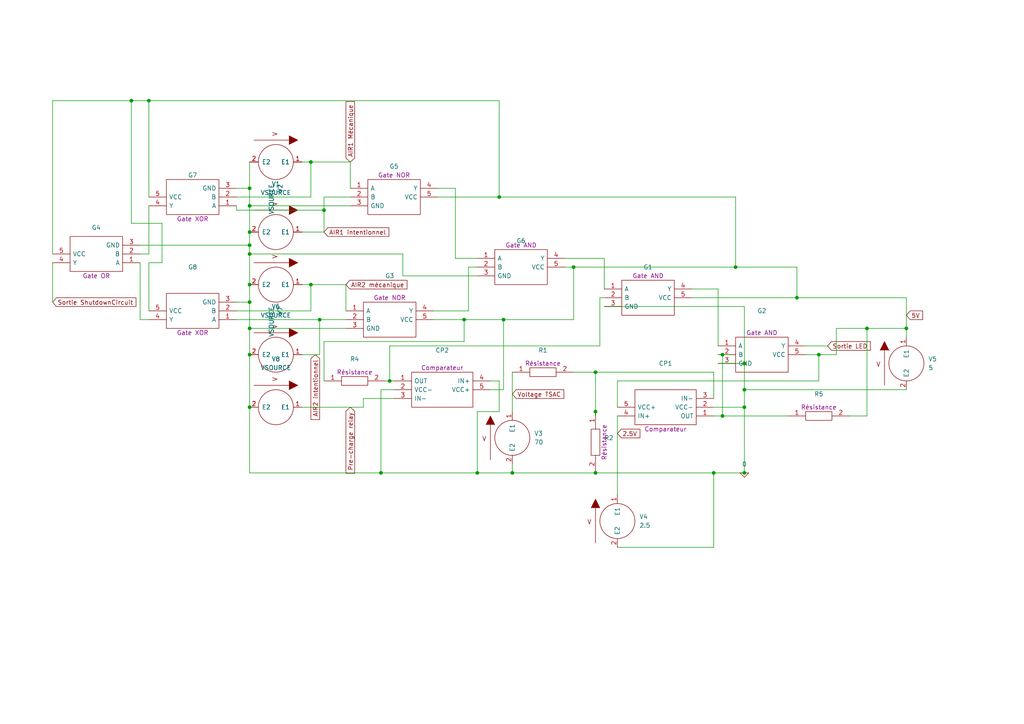
<source format=kicad_sch>
(kicad_sch (version 20211123) (generator eeschema)
  (paper "A4")
  (lib_symbols
    (symbol "EPSA_lib:Comparateur TS391ILT" (pin_names (offset 0.762))
      (property "Reference" "CP" (at 35.56 8.89 0))
      (property "Render Name" "Comparateur" (at 13.97 3.81 0))
      (symbol "Comparateur TS391ILT_0_0"
        (pin passive line (at 0 0 0) (length 5.08) (name "OUT") (number "1"))
        (pin passive line (at 0 -2.54 0) (length 5.08) (name "VCC-") (number "2"))
        (pin passive line (at 0 -5.08 0) (length 5.08) (name "IN-") (number "3"))
        (pin passive line (at 27.94 0 180) (length 5.08) (name "IN+") (number "4"))
        (pin passive line (at 27.94 -2.54 180) (length 5.08) (name "VCC+") (number "5"))
      )
      (symbol "Comparateur TS391ILT_0_1"
        (polyline (pts (xy 5.08 2.54) (xy 22.86 2.54) (xy 22.86 -7.62) (xy 5.08 -7.62) (xy 5.08 2.54)) (stroke (width 0.1524)))
      )
    )
    (symbol "EPSA_lib:Gate AND SN74AHCT1G08DBVR" (pin_names (offset 0.762))
      (property "Reference" "G" (at 34.29 8.89 0))
      (property "Render Name" "Gate AND" (at 12.7 3.81 0))
      (symbol "Gate AND SN74AHCT1G08DBVR_0_0"
        (pin passive line (at 0 0 0) (length 5.08) (name "A") (number "1"))
        (pin passive line (at 0 -2.54 0) (length 5.08) (name "B") (number "2"))
        (pin passive line (at 0 -5.08 0) (length 5.08) (name "GND") (number "3"))
        (pin passive line (at 25.4 0 180) (length 5.08) (name "Y") (number "4"))
        (pin passive line (at 25.4 -2.54 180) (length 5.08) (name "VCC") (number "5"))
      )
      (symbol "Gate AND SN74AHCT1G08DBVR_0_1"
        (polyline (pts (xy 5.08 2.54) (xy 20.32 2.54) (xy 20.32 -7.62) (xy 5.08 -7.62) (xy 5.08 2.54)) (stroke (width 0.1524)))
      )
    )
    (symbol "EPSA_lib:Gate NOR SN74AHCT1G02DBVR" (pin_names (offset 0.762))
      (property "Reference" "G" (at 34.29 8.89 0))
      (property "Render Name" "Gate NOR" (at 12.7 3.81 0))
      (symbol "Gate NOR SN74AHCT1G02DBVR_0_0"
        (pin passive line (at 0 0 0) (length 5.08) (name "A") (number "1"))
        (pin passive line (at 0 -2.54 0) (length 5.08) (name "B") (number "2"))
        (pin passive line (at 0 -5.08 0) (length 5.08) (name "GND") (number "3"))
        (pin passive line (at 25.4 0 180) (length 5.08) (name "Y") (number "4"))
        (pin passive line (at 25.4 -2.54 180) (length 5.08) (name "VCC") (number "5"))
      )
      (symbol "Gate NOR SN74AHCT1G02DBVR_0_1"
        (polyline (pts (xy 5.08 2.54) (xy 20.32 2.54) (xy 20.32 -7.62) (xy 5.08 -7.62) (xy 5.08 2.54)) (stroke (width 0.1524)))
      )
    )
    (symbol "EPSA_lib:Gate OR SN74AHCT1G32DBVR" (pin_names (offset 0.762))
      (property "Reference" "G" (at 34.29 8.89 0))
      (property "Render Name" "Gate OR" (at 12.7 3.81 0))
      (symbol "Gate OR SN74AHCT1G32DBVR_0_0"
        (pin passive line (at 0 0 0) (length 5.08) (name "A") (number "1"))
        (pin passive line (at 0 -2.54 0) (length 5.08) (name "B") (number "2"))
        (pin passive line (at 0 -5.08 0) (length 5.08) (name "GND") (number "3"))
        (pin passive line (at 25.4 0 180) (length 5.08) (name "Y") (number "4"))
        (pin passive line (at 25.4 -2.54 180) (length 5.08) (name "VCC") (number "5"))
      )
      (symbol "Gate OR SN74AHCT1G32DBVR_0_1"
        (polyline (pts (xy 5.08 2.54) (xy 20.32 2.54) (xy 20.32 -7.62) (xy 5.08 -7.62) (xy 5.08 2.54)) (stroke (width 0.1524)))
      )
    )
    (symbol "EPSA_lib:Gate XOR SN74AHCT1G86DBVR" (pin_names (offset 0.762))
      (property "Reference" "G" (at 35.56 8.89 0))
      (property "Render Name" "Gate XOR" (at 12.7 3.81 0))
      (symbol "Gate XOR SN74AHCT1G86DBVR_0_0"
        (pin passive line (at 0 0 0) (length 5.08) (name "A") (number "1"))
        (pin passive line (at 0 -2.54 0) (length 5.08) (name "B") (number "2"))
        (pin passive line (at 0 -5.08 0) (length 5.08) (name "GND") (number "3"))
        (pin passive line (at 25.4 0 180) (length 5.08) (name "Y") (number "4"))
        (pin passive line (at 25.4 -2.54 180) (length 5.08) (name "VCC") (number "5"))
      )
      (symbol "Gate XOR SN74AHCT1G86DBVR_0_1"
        (polyline (pts (xy 5.08 2.54) (xy 20.32 2.54) (xy 20.32 -7.62) (xy 5.08 -7.62) (xy 5.08 2.54)) (stroke (width 0.1524)))
      )
    )
    (symbol "EPSA_lib:Résistance RK73H2BLTDD2152F" (pin_names (offset 0.762))
      (property "Reference" "R" (at 25.4 5.08 0))
      (property "Spice_Model" "10" (at 7.62 5.08 0))
      (property "Render Name" "Résistance" (at 8.89 2.54 0))
      (symbol "Résistance RK73H2BLTDD2152F_0_0"
        (pin passive line (at 0 0 0) (length 5.08) (name "~") (number "1"))
        (pin passive line (at 17.78 0 180) (length 5.08) (name "~") (number "2"))
      )
      (symbol "Résistance RK73H2BLTDD2152F_0_1"
        (polyline (pts (xy 5.08 1.27) (xy 12.7 1.27) (xy 12.7 -1.27) (xy 5.08 -1.27) (xy 5.08 1.27)) (stroke (width 0.1524)))
      )
    )
    (symbol "pspice:0" (power) (pin_names (offset 0))
      (property "Value" "0" (at 0 -1.778 0))
      (symbol "0_0_1"
        (polyline (pts (xy -1.27 0) (xy 0 -1.27) (xy 1.27 0) (xy -1.27 0)))
      )
      (symbol "0_1_1"
        (pin power_in line (at 0 0 0) (length 0) hide (name "0") (number "1"))
      )
    )
    (symbol "pspice:VSOURCE" (pin_names (offset 1.016))
      (property "Reference" "V" (at -6.35 7.62 0))
      (property "Value" "VSOURCE" (at 0 0 0))
      (symbol "VSOURCE_0_1"
        (polyline (pts (xy -6.35 -6.35) (xy -6.35 3.81)) (fill (type outline)))
        (polyline (pts (xy -7.62 3.81) (xy -6.35 6.35) (xy -5.08 3.81)) (fill (type outline)))
        (circle (center 0 0) (radius 5.08))
        (text "V" (at -8.128 -0.254 0) (effects (font (size 1.27 1.27))))
      )
      (symbol "VSOURCE_1_1"
        (pin input line (at 0 7.62 270) (length 2.54) (name "E1") (number "1"))
        (pin input line (at 0 -7.62 90) (length 2.54) (name "E2") (number "2"))
      )
    )
  )
  (junction (at 209.55 120.65))
  (junction (at 72.39 82.55))
  (junction (at 207.01 137.16))
  (junction (at 262.89 95.25))
  (junction (at 172.72 137.16))
  (junction (at 92.71 92.71))
  (junction (at 38.1 29.21))
  (junction (at 166.37 77.47))
  (junction (at 113.03 110.49))
  (junction (at 172.72 119.38))
  (junction (at 72.39 95.25))
  (junction (at 43.18 29.21))
  (junction (at 110.49 137.16))
  (junction (at 72.39 67.31))
  (junction (at 72.39 71.12))
  (junction (at 251.46 95.25))
  (junction (at 72.39 118.11))
  (junction (at 215.9 137.16))
  (junction (at 209.55 102.87))
  (junction (at 72.39 73.66))
  (junction (at 72.39 87.63))
  (junction (at 237.49 102.87))
  (junction (at 213.36 77.47))
  (junction (at 148.59 137.16))
  (junction (at 215.9 118.11))
  (junction (at 72.39 102.87))
  (junction (at 90.17 82.55))
  (junction (at 72.39 54.61))
  (junction (at 215.9 113.03))
  (junction (at 144.78 57.15))
  (junction (at 72.39 59.69))
  (junction (at 138.43 137.16))
  (junction (at 134.62 92.71))
  (junction (at 172.72 107.95))
  (junction (at 231.14 86.36))
  (junction (at 146.05 92.71))
  (junction (at 215.9 105.41))
  (junction (at 90.17 46.99))
  (junction (at 93.98 60.96))
  (wire (pts (xy 173.99 100.33) (xy 173.99 86.36)))
  (wire (pts (xy 132.08 74.93) (xy 132.08 54.61)))
  (wire (pts (xy 43.18 57.15) (xy 43.18 29.21)))
  (wire (pts (xy 242.57 102.87) (xy 237.49 102.87)))
  (wire (pts (xy 90.17 82.55) (xy 100.33 82.55)))
  (wire (pts (xy 215.9 88.9) (xy 175.26 88.9)))
  (wire (pts (xy 179.07 120.65) (xy 179.07 143.51)))
  (wire (pts (xy 148.59 107.95) (xy 148.59 119.38)))
  (wire (pts (xy 43.18 73.66) (xy 40.64 73.66)))
  (wire (pts (xy 15.24 76.2) (xy 15.24 87.63)))
  (wire (pts (xy 215.9 105.41) (xy 215.9 113.03)))
  (wire (pts (xy 43.18 90.17) (xy 43.18 76.2)))
  (wire (pts (xy 262.89 95.25) (xy 262.89 86.36)))
  (wire (pts (xy 93.98 57.15) (xy 101.6 57.15)))
  (wire (pts (xy 215.9 137.16) (xy 207.01 137.16)))
  (wire (pts (xy 172.72 107.95) (xy 207.01 107.95)))
  (wire (pts (xy 40.64 71.12) (xy 72.39 71.12)))
  (wire (pts (xy 111.76 110.49) (xy 113.03 110.49)))
  (wire (pts (xy 215.9 118.11) (xy 215.9 137.16)))
  (wire (pts (xy 207.01 107.95) (xy 207.01 115.57)))
  (wire (pts (xy 90.17 46.99) (xy 101.6 46.99)))
  (wire (pts (xy 72.39 82.55) (xy 72.39 73.66)))
  (wire (pts (xy 142.24 110.49) (xy 144.78 110.49)))
  (wire (pts (xy 43.18 76.2) (xy 46.99 76.2)))
  (wire (pts (xy 87.63 82.55) (xy 90.17 82.55)))
  (wire (pts (xy 92.71 102.87) (xy 92.71 92.71)))
  (wire (pts (xy 87.63 118.11) (xy 105.41 118.11)))
  (wire (pts (xy 72.39 137.16) (xy 110.49 137.16)))
  (wire (pts (xy 90.17 57.15) (xy 90.17 46.99)))
  (wire (pts (xy 215.9 113.03) (xy 215.9 118.11)))
  (wire (pts (xy 72.39 95.25) (xy 72.39 87.63)))
  (wire (pts (xy 68.58 54.61) (xy 72.39 54.61)))
  (wire (pts (xy 72.39 73.66) (xy 72.39 71.12)))
  (wire (pts (xy 163.83 77.47) (xy 166.37 77.47)))
  (wire (pts (xy 93.98 67.31) (xy 93.98 60.96)))
  (wire (pts (xy 127 57.15) (xy 144.78 57.15)))
  (wire (pts (xy 215.9 113.03) (xy 262.89 113.03)))
  (wire (pts (xy 208.28 83.82) (xy 208.28 100.33)))
  (wire (pts (xy 207.01 137.16) (xy 172.72 137.16)))
  (wire (pts (xy 72.39 71.12) (xy 72.39 67.31)))
  (wire (pts (xy 101.6 46.99) (xy 101.6 54.61)))
  (wire (pts (xy 46.99 64.77) (xy 38.1 64.77)))
  (wire (pts (xy 87.63 67.31) (xy 93.98 67.31)))
  (wire (pts (xy 72.39 46.99) (xy 72.39 54.61)))
  (wire (pts (xy 262.89 97.79) (xy 262.89 95.25)))
  (wire (pts (xy 87.63 102.87) (xy 92.71 102.87)))
  (wire (pts (xy 175.26 74.93) (xy 175.26 83.82)))
  (wire (pts (xy 105.41 118.11) (xy 105.41 115.57)))
  (wire (pts (xy 207.01 158.75) (xy 207.01 137.16)))
  (wire (pts (xy 173.99 86.36) (xy 175.26 86.36)))
  (wire (pts (xy 246.38 120.65) (xy 251.46 120.65)))
  (wire (pts (xy 213.36 57.15) (xy 213.36 77.47)))
  (wire (pts (xy 233.68 100.33) (xy 240.03 100.33)))
  (wire (pts (xy 101.6 59.69) (xy 72.39 59.69)))
  (wire (pts (xy 15.24 29.21) (xy 38.1 29.21)))
  (wire (pts (xy 209.55 120.65) (xy 228.6 120.65)))
  (wire (pts (xy 72.39 118.11) (xy 72.39 102.87)))
  (wire (pts (xy 113.03 100.33) (xy 113.03 110.49)))
  (wire (pts (xy 163.83 74.93) (xy 175.26 74.93)))
  (wire (pts (xy 93.98 99.06) (xy 134.62 99.06)))
  (wire (pts (xy 68.58 87.63) (xy 72.39 87.63)))
  (wire (pts (xy 251.46 95.25) (xy 242.57 95.25)))
  (wire (pts (xy 262.89 86.36) (xy 231.14 86.36)))
  (wire (pts (xy 46.99 76.2) (xy 46.99 64.77)))
  (wire (pts (xy 43.18 59.69) (xy 43.18 73.66)))
  (wire (pts (xy 116.84 80.01) (xy 116.84 73.66)))
  (wire (pts (xy 90.17 90.17) (xy 90.17 82.55)))
  (wire (pts (xy 40.64 92.71) (xy 40.64 76.2)))
  (wire (pts (xy 262.89 95.25) (xy 251.46 95.25)))
  (wire (pts (xy 172.72 107.95) (xy 166.37 107.95)))
  (wire (pts (xy 100.33 82.55) (xy 100.33 90.17)))
  (wire (pts (xy 231.14 86.36) (xy 200.66 86.36)))
  (wire (pts (xy 213.36 77.47) (xy 231.14 77.47)))
  (wire (pts (xy 110.49 137.16) (xy 138.43 137.16)))
  (wire (pts (xy 125.73 90.17) (xy 135.89 90.17)))
  (wire (pts (xy 237.49 102.87) (xy 237.49 110.49)))
  (wire (pts (xy 179.07 110.49) (xy 237.49 110.49)))
  (wire (pts (xy 105.41 115.57) (xy 114.3 115.57)))
  (wire (pts (xy 72.39 54.61) (xy 72.39 59.69)))
  (wire (pts (xy 200.66 83.82) (xy 208.28 83.82)))
  (wire (pts (xy 135.89 77.47) (xy 138.43 77.47)))
  (wire (pts (xy 15.24 29.21) (xy 15.24 73.66)))
  (wire (pts (xy 134.62 92.71) (xy 146.05 92.71)))
  (wire (pts (xy 237.49 102.87) (xy 233.68 102.87)))
  (wire (pts (xy 207.01 118.11) (xy 215.9 118.11)))
  (wire (pts (xy 138.43 80.01) (xy 116.84 80.01)))
  (wire (pts (xy 166.37 77.47) (xy 213.36 77.47)))
  (wire (pts (xy 144.78 57.15) (xy 144.78 29.21)))
  (wire (pts (xy 68.58 90.17) (xy 90.17 90.17)))
  (wire (pts (xy 135.89 90.17) (xy 135.89 77.47)))
  (wire (pts (xy 87.63 46.99) (xy 90.17 46.99)))
  (wire (pts (xy 242.57 95.25) (xy 242.57 102.87)))
  (wire (pts (xy 172.72 120.65) (xy 172.72 119.38)))
  (wire (pts (xy 209.55 102.87) (xy 212.09 102.87)))
  (wire (pts (xy 68.58 60.96) (xy 93.98 60.96)))
  (wire (pts (xy 172.72 137.16) (xy 148.59 137.16)))
  (wire (pts (xy 113.03 110.49) (xy 114.3 110.49)))
  (wire (pts (xy 125.73 92.71) (xy 134.62 92.71)))
  (wire (pts (xy 209.55 102.87) (xy 209.55 120.65)))
  (wire (pts (xy 208.28 102.87) (xy 209.55 102.87)))
  (wire (pts (xy 93.98 110.49) (xy 93.98 99.06)))
  (wire (pts (xy 142.24 113.03) (xy 146.05 113.03)))
  (wire (pts (xy 68.58 59.69) (xy 68.58 60.96)))
  (wire (pts (xy 38.1 29.21) (xy 43.18 29.21)))
  (wire (pts (xy 43.18 92.71) (xy 40.64 92.71)))
  (wire (pts (xy 110.49 113.03) (xy 110.49 137.16)))
  (wire (pts (xy 144.78 57.15) (xy 213.36 57.15)))
  (wire (pts (xy 215.9 105.41) (xy 208.28 105.41)))
  (wire (pts (xy 251.46 120.65) (xy 251.46 95.25)))
  (wire (pts (xy 127 54.61) (xy 132.08 54.61)))
  (wire (pts (xy 72.39 95.25) (xy 100.33 95.25)))
  (wire (pts (xy 68.58 92.71) (xy 92.71 92.71)))
  (wire (pts (xy 72.39 137.16) (xy 72.39 118.11)))
  (wire (pts (xy 38.1 64.77) (xy 38.1 29.21)))
  (wire (pts (xy 172.72 119.38) (xy 172.72 107.95)))
  (wire (pts (xy 93.98 60.96) (xy 93.98 57.15)))
  (wire (pts (xy 138.43 119.38) (xy 138.43 137.16)))
  (wire (pts (xy 43.18 29.21) (xy 144.78 29.21)))
  (wire (pts (xy 215.9 88.9) (xy 215.9 105.41)))
  (wire (pts (xy 231.14 77.47) (xy 231.14 86.36)))
  (wire (pts (xy 179.07 110.49) (xy 179.07 118.11)))
  (wire (pts (xy 144.78 110.49) (xy 144.78 119.38)))
  (wire (pts (xy 134.62 99.06) (xy 134.62 92.71)))
  (wire (pts (xy 138.43 137.16) (xy 148.59 137.16)))
  (wire (pts (xy 173.99 100.33) (xy 113.03 100.33)))
  (wire (pts (xy 146.05 92.71) (xy 166.37 92.71)))
  (wire (pts (xy 72.39 59.69) (xy 72.39 67.31)))
  (wire (pts (xy 72.39 102.87) (xy 72.39 95.25)))
  (wire (pts (xy 207.01 120.65) (xy 209.55 120.65)))
  (wire (pts (xy 116.84 73.66) (xy 72.39 73.66)))
  (wire (pts (xy 72.39 87.63) (xy 72.39 82.55)))
  (wire (pts (xy 166.37 92.71) (xy 166.37 77.47)))
  (wire (pts (xy 146.05 113.03) (xy 146.05 92.71)))
  (wire (pts (xy 144.78 119.38) (xy 138.43 119.38)))
  (wire (pts (xy 179.07 158.75) (xy 207.01 158.75)))
  (wire (pts (xy 114.3 113.03) (xy 110.49 113.03)))
  (wire (pts (xy 68.58 57.15) (xy 90.17 57.15)))
  (wire (pts (xy 92.71 92.71) (xy 100.33 92.71)))
  (wire (pts (xy 138.43 74.93) (xy 132.08 74.93)))
  (wire (pts (xy 148.59 134.62) (xy 148.59 137.16)))
  (global_label "2.5V" (shape input) (at 179.07 125.73 0) (property "Intersheet References" "${INTERSHEET_REFS}" (effects hide)))
  (global_label "AIR1 intentionnel" (shape input) (at 93.98 67.31 0) (property "Intersheet References" "${INTERSHEET_REFS}" (effects hide)))
  (global_label "AIR2 mécanique" (shape input) (at 100.33 82.55 0) (property "Intersheet References" "${INTERSHEET_REFS}" (effects hide)))
  (global_label "Sortie ShutdownCircuit" (shape input) (at 15.24 87.63 0) (property "Intersheet References" "${INTERSHEET_REFS}" (effects hide)))
  (global_label "Sortie LED" (shape input) (at 240.03 100.33 0) (property "Intersheet References" "${INTERSHEET_REFS}" (effects hide)))
  (global_label "Voltage TSAC" (shape input) (at 148.59 114.3 0) (property "Intersheet References" "${INTERSHEET_REFS}" (effects hide)))
  (global_label "AIR2 intentionnel" (shape input) (at 91.44 102.87 270) (property "Intersheet References" "${INTERSHEET_REFS}" (effects hide)))
  (global_label "5V" (shape input) (at 262.89 91.44 0) (property "Intersheet References" "${INTERSHEET_REFS}" (effects hide)))
  (global_label "AIR1 Mécanique" (shape input) (at 101.6 46.99 90) (property "Intersheet References" "${INTERSHEET_REFS}" (effects hide)))
  (global_label "Pre-charge relay" (shape input) (at 101.6 118.11 270) (property "Intersheet References" "${INTERSHEET_REFS}" (effects hide)))
  (symbol (lib_id "pspice:VSOURCE") (at 80.01 46.99 270) (unit 1)
    (property "Reference" "V2" (at 81.2801 53.34 0) (effects (justify left)))
    (property "Value" "VSOURCE" (at 78.7401 53.34 0) (effects (justify left)))
    (property "Spice_Primitive" "V" (effects hide))
    (property "Spice_Model" "pulse(0 5 0 0 0 16 32)" (effects hide))
    (property "Spice_Netlist_Enabled" "Y" (effects hide))
  )
  (symbol (lib_id "EPSA_lib:Gate XOR SN74AHCT1G86DBVR") (at 68.58 59.69 180) (unit 1)
    (property "Reference" "G7" (at 55.88 50.8 0))
    (property "Value" "Gate XOR SN74AHCT1G86DBVR" (effects hide))
    (property "Footprint" "EPSA_lib:SOT95P280X145-5N" (effects hide))
    (property "Datasheet" "http://www.ti.com/lit/gpn/sn74ahct1g86" (effects hide))
    (property "Description" "TEXAS INSTRUMENTS - SN74AHCT1G86DBVR - IC, SINGLE XOR GATE, 2I/P, SOT-23-5,REEL" (effects hide))
    (property "Height" "1.45" (effects hide))
    (property "Manufacturer_Name" "Texas Instruments" (effects hide))
    (property "Manufacturer_Part_Number" "SN74AHCT1G86DBVR" (effects hide))
    (property "Mouser Part Number" "595-SN74AHCT1G86DBVR" (effects hide))
    (property "Mouser Price/Stock" "https://www.mouser.co.uk/ProductDetail/Texas-Instruments/SN74AHCT1G86DBVR?qs=mTHRaKC2c7PDlak%2Fu%252BIXNw%3D%3D" (effects hide))
    (property "Arrow Part Number" "SN74AHCT1G86DBVR" (effects hide))
    (property "Arrow Price/Stock" "https://www.arrow.com/en/products/sn74ahct1g86dbvr/texas-instruments" (effects hide))
    (property "Spice_Primitive" "X" (effects hide))
    (property "Spice_Model" "SN74AHCT1G86" (effects hide))
    (property "Spice_Netlist_Enabled" "Y" (effects hide))
    (property "Spice_Node_Sequence" "4,1,2,5,3" (effects hide))
    (property "Spice_Lib_File" "${EPSA}\\SpiceModel\\XOR_SN74AHCT1G86.lib" (effects hide))
    (property "Render Name" "Gate XOR" (at 55.88 63.5 0))
  )
  (symbol (lib_id "EPSA_lib:Gate NOR SN74AHCT1G02DBVR") (at 101.6 54.61 0) (unit 1)
    (property "Reference" "G5" (at 114.3 48.26 0))
    (property "Value" "Gate NOR SN74AHCT1G02DBVR" (effects hide))
    (property "Footprint" "EPSA_lib:SOT95P280X145-5N" (effects hide))
    (property "Datasheet" "http://www.ti.com/general/docs/suppproductinfo.tsp?distId=10&gotoUrl=http%3A%2F%2Fwww.ti.com%2Flit%2Fgpn%2Fsn74ahct1g02" (effects hide))
    (property "Description" "Single 2-Input Positive-NOR Gate" (effects hide))
    (property "Height" "1.45" (effects hide))
    (property "Manufacturer_Name" "Texas Instruments" (effects hide))
    (property "Manufacturer_Part_Number" "SN74AHCT1G02DBVR" (effects hide))
    (property "Mouser Part Number" "595-SN74AHCT1G02DBVR" (effects hide))
    (property "Mouser Price/Stock" "https://www.mouser.co.uk/ProductDetail/Texas-Instruments/SN74AHCT1G02DBVR?qs=5BZzbFV4k2slAKEMAKirRQ%3D%3D" (effects hide))
    (property "Arrow Part Number" "SN74AHCT1G02DBVR" (effects hide))
    (property "Arrow Price/Stock" "https://www.arrow.com/en/products/sn74ahct1g02dbvr/texas-instruments?region=nac" (effects hide))
    (property "Spice_Primitive" "X" (effects hide))
    (property "Spice_Model" "SN74AHCT1G02" (effects hide))
    (property "Spice_Netlist_Enabled" "Y" (effects hide))
    (property "Spice_Node_Sequence" "4,1,2,5,3" (effects hide))
    (property "Spice_Lib_File" "${EPSA}\\SpiceModel\\NOR_SN74AHCT1G02.lib" (effects hide))
    (property "Render Name" "Gate NOR" (at 114.3 50.8 0))
  )
  (symbol (lib_id "pspice:0") (at 215.9 137.16 0) (unit 1)
    (property "Reference" "#GND01" (effects hide))
    (property "Value" "0" (at 215.9 134.62 0))
  )
  (symbol (lib_id "EPSA_lib:Gate AND SN74AHCT1G08DBVR") (at 175.26 83.82 0) (unit 1)
    (property "Reference" "G1" (at 187.96 77.47 0))
    (property "Value" "Gate AND SN74AHCT1G08DBVR" (effects hide))
    (property "Footprint" "EPSA_lib:SOT95P280X145-5N" (effects hide))
    (property "Datasheet" "https://datasheet.datasheetarchive.com/originals/distributors/SFDatasheet-6/sf-000128638.pdf" (effects hide))
    (property "Description" "SN74AHCT1G08DBVR, Logic Gate 2 Input AND, AHCT, 8mA 5V 5-Pin SOT-23" (effects hide))
    (property "Height" "1.45" (effects hide))
    (property "Manufacturer_Name" "Texas Instruments" (effects hide))
    (property "Manufacturer_Part_Number" "SN74AHCT1G08DBVR" (effects hide))
    (property "Mouser Part Number" "595-SN74AHCT1G08DBVR" (effects hide))
    (property "Mouser Price/Stock" "https://www.mouser.co.uk/ProductDetail/Texas-Instruments/SN74AHCT1G08DBVR?qs=8Pd2FuFSoMGY9AK%2Ftqwbcw%3D%3D" (effects hide))
    (property "Arrow Part Number" "SN74AHCT1G08DBVR" (effects hide))
    (property "Arrow Price/Stock" "https://www.arrow.com/en/products/sn74ahct1g08dbvr/texas-instruments?region=nac" (effects hide))
    (property "Spice_Primitive" "X" (effects hide))
    (property "Spice_Model" "SN74AHC1G08" (effects hide))
    (property "Spice_Netlist_Enabled" "Y" (effects hide))
    (property "Spice_Node_Sequence" "4,1,2,5,3" (effects hide))
    (property "Spice_Lib_File" "${EPSA}\\SpiceModel\\AND_SN74AHC1G08.lib" (effects hide))
    (property "Render Name" "Gate AND" (at 187.96 80.01 0))
  )
  (symbol (lib_id "EPSA_lib:Gate OR SN74AHCT1G32DBVR") (at 40.64 76.2 180) (unit 1)
    (property "Reference" "G4" (at 27.94 66.04 0))
    (property "Value" "Gate OR SN74AHCT1G32DBVR" (effects hide))
    (property "Footprint" "EPSA_lib:SOT95P280X145-5N" (effects hide))
    (property "Datasheet" "http://www.ti.com/lit/ds/symlink/sn74ahct1g32.pdf" (effects hide))
    (property "Description" "2-Input Positive-OR Gate SN74AHCT1G32DBV" (effects hide))
    (property "Height" "1.45" (effects hide))
    (property "Manufacturer_Name" "Texas Instruments" (effects hide))
    (property "Manufacturer_Part_Number" "SN74AHCT1G32DBVR" (effects hide))
    (property "Mouser Part Number" "595-SN74AHCT1G32DBVR" (effects hide))
    (property "Mouser Price/Stock" "https://www.mouser.co.uk/ProductDetail/Texas-Instruments/SN74AHCT1G32DBVR?qs=0le1rQK8zxpIB8pUTaKa9Q%3D%3D" (effects hide))
    (property "Arrow Part Number" "SN74AHCT1G32DBVR" (effects hide))
    (property "Arrow Price/Stock" "https://www.arrow.com/en/products/sn74ahct1g32dbvr/texas-instruments" (effects hide))
    (property "Spice_Primitive" "X" (effects hide))
    (property "Spice_Model" "SN74AHCT1G32" (effects hide))
    (property "Spice_Netlist_Enabled" "Y" (effects hide))
    (property "Spice_Node_Sequence" "4,1,2,5,3" (effects hide))
    (property "Spice_Lib_File" "${EPSA}\\SpiceModel\\OR_SN74AHCT1G32.lib" (effects hide))
    (property "Render Name" "Gate OR" (at 27.94 80.01 0))
  )
  (symbol (lib_id "pspice:VSOURCE") (at 148.59 127 0) (unit 1)
    (property "Reference" "V3" (at 154.94 125.7299 0) (effects (justify left)))
    (property "Value" "VSOURCE" (at 154.94 128.2699 0) (effects (justify left)))
    (property "Spice_Primitive" "V" (effects hide))
    (property "Spice_Model" "dc 70" (effects hide))
    (property "Spice_Netlist_Enabled" "Y" (effects hide))
  )
  (symbol (lib_id "pspice:VSOURCE") (at 262.89 105.41 0) (unit 1)
    (property "Reference" "V5" (at 269.24 104.1399 0) (effects (justify left)))
    (property "Value" "VSOURCE" (at 269.24 106.6799 0) (effects (justify left)))
    (property "Spice_Primitive" "V" (effects hide))
    (property "Spice_Model" "dc 5" (effects hide))
    (property "Spice_Netlist_Enabled" "Y" (effects hide))
  )
  (symbol (lib_id "EPSA_lib:Comparateur TS391ILT") (at 207.01 120.65 180) (unit 1)
    (property "Reference" "CP1" (at 193.04 105.41 0))
    (property "Value" "Comparateur TS391ILT" (effects hide))
    (property "Footprint" "EPSA_lib:SOT95P280X145-5N" (effects hide))
    (property "Datasheet" "http://www.st.com/st-web-ui/static/active/en/resource/technical/document/datasheet/CD00001660.pdf" (effects hide))
    (property "Description" "TS391ILT, Comparator Open Collector 0.3us 12 V, 15 V, 18 V, 24 V, 28 V, 3 V, 5 V, 9 V 5-Pin SOT-23" (effects hide))
    (property "Height" "1.45" (effects hide))
    (property "Manufacturer_Name" "STMicroelectronics" (effects hide))
    (property "Manufacturer_Part_Number" "TS391ILT" (effects hide))
    (property "Mouser Part Number" "511-TS391IL" (effects hide))
    (property "Mouser Price/Stock" "https://www.mouser.co.uk/ProductDetail/STMicroelectronics/TS391ILT?qs=P8h1tZw8GcB9GWR61XM17g%3D%3D" (effects hide))
    (property "Arrow Part Number" "TS391ILT" (effects hide))
    (property "Arrow Price/Stock" "https://www.arrow.com/en/products/ts391ilt/stmicroelectronics?region=europe" (effects hide))
    (property "Spice_Primitive" "X" (effects hide))
    (property "Spice_Model" "TS391" (effects hide))
    (property "Spice_Netlist_Enabled" "Y" (effects hide))
    (property "Spice_Node_Sequence" "4,3,5,2,1" (effects hide))
    (property "Spice_Lib_File" "${EPSA}\\SpiceModel\\C_ts391.lib" (effects hide))
    (property "Render Name" "Comparateur" (at 193.04 124.46 0))
  )
  (symbol (lib_id "EPSA_lib:Gate NOR SN74AHCT1G02DBVR") (at 100.33 90.17 0) (unit 1)
    (property "Reference" "G3" (at 113.03 80.01 0))
    (property "Value" "Gate NOR SN74AHCT1G02DBVR" (effects hide))
    (property "Footprint" "EPSA_lib:SOT95P280X145-5N" (effects hide))
    (property "Datasheet" "http://www.ti.com/general/docs/suppproductinfo.tsp?distId=10&gotoUrl=http%3A%2F%2Fwww.ti.com%2Flit%2Fgpn%2Fsn74ahct1g02" (effects hide))
    (property "Description" "Single 2-Input Positive-NOR Gate" (effects hide))
    (property "Height" "1.45" (effects hide))
    (property "Manufacturer_Name" "Texas Instruments" (effects hide))
    (property "Manufacturer_Part_Number" "SN74AHCT1G02DBVR" (effects hide))
    (property "Mouser Part Number" "595-SN74AHCT1G02DBVR" (effects hide))
    (property "Mouser Price/Stock" "https://www.mouser.co.uk/ProductDetail/Texas-Instruments/SN74AHCT1G02DBVR?qs=5BZzbFV4k2slAKEMAKirRQ%3D%3D" (effects hide))
    (property "Arrow Part Number" "SN74AHCT1G02DBVR" (effects hide))
    (property "Arrow Price/Stock" "https://www.arrow.com/en/products/sn74ahct1g02dbvr/texas-instruments?region=nac" (effects hide))
    (property "Spice_Primitive" "X" (effects hide))
    (property "Spice_Model" "SN74AHCT1G02" (effects hide))
    (property "Spice_Netlist_Enabled" "Y" (effects hide))
    (property "Spice_Node_Sequence" "4,1,2,5,3" (effects hide))
    (property "Spice_Lib_File" "${EPSA}\\SpiceModel\\NOR_SN74AHCT1G02.lib" (effects hide))
    (property "Render Name" "Gate NOR" (at 113.03 86.36 0))
  )
  (symbol (lib_id "pspice:VSOURCE") (at 80.01 67.31 270) (unit 1)
    (property "Reference" "V1" (at 80.01 53.34 90))
    (property "Value" "VSOURCE" (at 80.01 55.88 90))
    (property "Spice_Primitive" "V" (effects hide))
    (property "Spice_Model" "pulse(0 5 0 0 0 8 16)" (effects hide))
    (property "Spice_Netlist_Enabled" "Y" (effects hide))
  )
  (symbol (lib_id "EPSA_lib:Gate XOR SN74AHCT1G86DBVR") (at 68.58 92.71 180) (unit 1)
    (property "Reference" "G8" (at 55.88 77.47 0))
    (property "Value" "Gate XOR SN74AHCT1G86DBVR" (effects hide))
    (property "Footprint" "EPSA_lib:SOT95P280X145-5N" (effects hide))
    (property "Datasheet" "http://www.ti.com/lit/gpn/sn74ahct1g86" (effects hide))
    (property "Description" "TEXAS INSTRUMENTS - SN74AHCT1G86DBVR - IC, SINGLE XOR GATE, 2I/P, SOT-23-5,REEL" (effects hide))
    (property "Height" "1.45" (effects hide))
    (property "Manufacturer_Name" "Texas Instruments" (effects hide))
    (property "Manufacturer_Part_Number" "SN74AHCT1G86DBVR" (effects hide))
    (property "Mouser Part Number" "595-SN74AHCT1G86DBVR" (effects hide))
    (property "Mouser Price/Stock" "https://www.mouser.co.uk/ProductDetail/Texas-Instruments/SN74AHCT1G86DBVR?qs=mTHRaKC2c7PDlak%2Fu%252BIXNw%3D%3D" (effects hide))
    (property "Arrow Part Number" "SN74AHCT1G86DBVR" (effects hide))
    (property "Arrow Price/Stock" "https://www.arrow.com/en/products/sn74ahct1g86dbvr/texas-instruments" (effects hide))
    (property "Spice_Primitive" "X" (effects hide))
    (property "Spice_Model" "SN74AHCT1G86" (effects hide))
    (property "Spice_Netlist_Enabled" "Y" (effects hide))
    (property "Spice_Node_Sequence" "4,1,2,5,3" (effects hide))
    (property "Spice_Lib_File" "${EPSA}\\SpiceModel\\XOR_SN74AHCT1G86.lib" (effects hide))
    (property "Render Name" "Gate XOR" (at 55.88 96.52 0))
  )
  (symbol (lib_id "pspice:VSOURCE") (at 179.07 151.13 0) (unit 1)
    (property "Reference" "V4" (at 185.42 149.8599 0) (effects (justify left)))
    (property "Value" "VSOURCE" (at 185.42 152.3999 0) (effects (justify left)))
    (property "Spice_Primitive" "V" (effects hide))
    (property "Spice_Model" "dc 2.5" (effects hide))
    (property "Spice_Netlist_Enabled" "Y" (effects hide))
  )
  (symbol (lib_id "pspice:VSOURCE") (at 80.01 118.11 270) (unit 1)
    (property "Reference" "V8" (at 80.01 104.14 90))
    (property "Value" "VSOURCE" (at 80.01 106.68 90))
    (property "Spice_Primitive" "V" (effects hide))
    (property "Spice_Model" "pulse(0 5 0 100m 100m 1 2)" (effects hide))
    (property "Spice_Netlist_Enabled" "Y" (effects hide))
  )
  (symbol (lib_id "EPSA_lib:Comparateur TS391ILT") (at 114.3 110.49 0) (unit 1)
    (property "Reference" "CP2" (at 128.27 101.6 0))
    (property "Value" "Comparateur TS391ILT" (effects hide))
    (property "Footprint" "EPSA_lib:SOT95P280X145-5N" (effects hide))
    (property "Datasheet" "http://www.st.com/st-web-ui/static/active/en/resource/technical/document/datasheet/CD00001660.pdf" (effects hide))
    (property "Description" "TS391ILT, Comparator Open Collector 0.3us 12 V, 15 V, 18 V, 24 V, 28 V, 3 V, 5 V, 9 V 5-Pin SOT-23" (effects hide))
    (property "Height" "1.45" (effects hide))
    (property "Manufacturer_Name" "STMicroelectronics" (effects hide))
    (property "Manufacturer_Part_Number" "TS391ILT" (effects hide))
    (property "Mouser Part Number" "511-TS391IL" (effects hide))
    (property "Mouser Price/Stock" "https://www.mouser.co.uk/ProductDetail/STMicroelectronics/TS391ILT?qs=P8h1tZw8GcB9GWR61XM17g%3D%3D" (effects hide))
    (property "Arrow Part Number" "TS391ILT" (effects hide))
    (property "Arrow Price/Stock" "https://www.arrow.com/en/products/ts391ilt/stmicroelectronics?region=europe" (effects hide))
    (property "Spice_Primitive" "X" (effects hide))
    (property "Spice_Model" "TS391" (effects hide))
    (property "Spice_Netlist_Enabled" "Y" (effects hide))
    (property "Spice_Node_Sequence" "4,3,5,2,1" (effects hide))
    (property "Spice_Lib_File" "${EPSA}\\SpiceModel\\C_ts391.lib" (effects hide))
    (property "Render Name" "Comparateur" (at 128.27 106.68 0))
  )
  (symbol (lib_id "EPSA_lib:Résistance RK73H2BLTDD2152F") (at 148.59 107.95 0) (unit 1)
    (property "Reference" "R1" (at 157.48 101.6 0))
    (property "Value" "Résistance RK73H2BLTDD2152F" (effects hide))
    (property "Footprint" "EPSA_lib:RESC3216X70N" (effects hide))
    (property "Datasheet" "http://www.koaspeer.com/catimages/Products/RK73H/RK73H.pdf" (effects hide))
    (property "Description" "Thick Film Resistors - SMD" (effects hide))
    (property "Height" "0.7" (effects hide))
    (property "Manufacturer_Name" "KOA Speer" (effects hide))
    (property "Manufacturer_Part_Number" "RK73H2BLTDD2152F" (effects hide))
    (property "Mouser Part Number" "N/A" (effects hide))
    (property "Mouser Price/Stock" "https://www.mouser.co.uk/ProductDetail/KOA-Speer/RK73H2BLTDD2152F?qs=WeIALVmW3zmyxMFsjVzMRw%3D%3D" (effects hide))
    (property "Spice_Primitive" "R" (effects hide))
    (property "Spice_Model" "10" (at 157.48 104.14 0))
    (property "Spice_Netlist_Enabled" "Y" (effects hide))
    (property "Render Name" "Résistance" (at 157.48 105.41 0))
  )
  (symbol (lib_id "EPSA_lib:Résistance RK73H2BLTDD2152F") (at 93.98 110.49 0) (unit 1)
    (property "Reference" "R4" (at 102.87 104.14 0))
    (property "Value" "Résistance RK73H2BLTDD2152F" (effects hide))
    (property "Footprint" "EPSA_lib:RESC3216X70N" (effects hide))
    (property "Datasheet" "http://www.koaspeer.com/catimages/Products/RK73H/RK73H.pdf" (effects hide))
    (property "Description" "Thick Film Resistors - SMD" (effects hide))
    (property "Height" "0.7" (effects hide))
    (property "Manufacturer_Name" "KOA Speer" (effects hide))
    (property "Manufacturer_Part_Number" "RK73H2BLTDD2152F" (effects hide))
    (property "Mouser Part Number" "N/A" (effects hide))
    (property "Mouser Price/Stock" "https://www.mouser.co.uk/ProductDetail/KOA-Speer/RK73H2BLTDD2152F?qs=WeIALVmW3zmyxMFsjVzMRw%3D%3D" (effects hide))
    (property "Spice_Primitive" "R" (effects hide))
    (property "Spice_Model" "10" (at 102.87 106.68 0))
    (property "Spice_Netlist_Enabled" "Y" (effects hide))
    (property "Render Name" "Résistance" (at 102.87 107.95 0))
  )
  (symbol (lib_id "EPSA_lib:Résistance RK73H2BLTDD2152F") (at 228.6 120.65 0) (unit 1)
    (property "Reference" "R5" (at 237.49 114.3 0))
    (property "Value" "Résistance RK73H2BLTDD2152F" (effects hide))
    (property "Footprint" "EPSA_lib:RESC3216X70N" (effects hide))
    (property "Datasheet" "http://www.koaspeer.com/catimages/Products/RK73H/RK73H.pdf" (effects hide))
    (property "Description" "Thick Film Resistors - SMD" (effects hide))
    (property "Height" "0.7" (effects hide))
    (property "Manufacturer_Name" "KOA Speer" (effects hide))
    (property "Manufacturer_Part_Number" "RK73H2BLTDD2152F" (effects hide))
    (property "Mouser Part Number" "N/A" (effects hide))
    (property "Mouser Price/Stock" "https://www.mouser.co.uk/ProductDetail/KOA-Speer/RK73H2BLTDD2152F?qs=WeIALVmW3zmyxMFsjVzMRw%3D%3D" (effects hide))
    (property "Spice_Primitive" "R" (effects hide))
    (property "Spice_Model" "10" (at 237.49 116.84 0))
    (property "Spice_Netlist_Enabled" "Y" (effects hide))
    (property "Render Name" "Résistance" (at 237.49 118.11 0))
  )
  (symbol (lib_id "EPSA_lib:Gate AND SN74AHCT1G08DBVR") (at 138.43 74.93 0) (unit 1)
    (property "Reference" "G6" (at 151.13 69.85 0))
    (property "Value" "Gate AND SN74AHCT1G08DBVR" (effects hide))
    (property "Footprint" "EPSA_lib:SOT95P280X145-5N" (effects hide))
    (property "Datasheet" "https://datasheet.datasheetarchive.com/originals/distributors/SFDatasheet-6/sf-000128638.pdf" (effects hide))
    (property "Description" "SN74AHCT1G08DBVR, Logic Gate 2 Input AND, AHCT, 8mA 5V 5-Pin SOT-23" (effects hide))
    (property "Height" "1.45" (effects hide))
    (property "Manufacturer_Name" "Texas Instruments" (effects hide))
    (property "Manufacturer_Part_Number" "SN74AHCT1G08DBVR" (effects hide))
    (property "Mouser Part Number" "595-SN74AHCT1G08DBVR" (effects hide))
    (property "Mouser Price/Stock" "https://www.mouser.co.uk/ProductDetail/Texas-Instruments/SN74AHCT1G08DBVR?qs=8Pd2FuFSoMGY9AK%2Ftqwbcw%3D%3D" (effects hide))
    (property "Arrow Part Number" "SN74AHCT1G08DBVR" (effects hide))
    (property "Arrow Price/Stock" "https://www.arrow.com/en/products/sn74ahct1g08dbvr/texas-instruments?region=nac" (effects hide))
    (property "Spice_Primitive" "X" (effects hide))
    (property "Spice_Model" "SN74AHC1G08" (effects hide))
    (property "Spice_Netlist_Enabled" "Y" (effects hide))
    (property "Spice_Node_Sequence" "4,1,2,5,3" (effects hide))
    (property "Spice_Lib_File" "${EPSA}\\SpiceModel\\AND_SN74AHC1G08.lib" (effects hide))
    (property "Render Name" "Gate AND" (at 151.13 71.12 0))
  )
  (symbol (lib_id "EPSA_lib:Gate AND SN74AHCT1G08DBVR") (at 208.28 100.33 0) (unit 1)
    (property "Reference" "G2" (at 220.98 90.17 0))
    (property "Value" "Gate AND SN74AHCT1G08DBVR" (effects hide))
    (property "Footprint" "EPSA_lib:SOT95P280X145-5N" (effects hide))
    (property "Datasheet" "https://datasheet.datasheetarchive.com/originals/distributors/SFDatasheet-6/sf-000128638.pdf" (effects hide))
    (property "Description" "SN74AHCT1G08DBVR, Logic Gate 2 Input AND, AHCT, 8mA 5V 5-Pin SOT-23" (effects hide))
    (property "Height" "1.45" (effects hide))
    (property "Manufacturer_Name" "Texas Instruments" (effects hide))
    (property "Manufacturer_Part_Number" "SN74AHCT1G08DBVR" (effects hide))
    (property "Mouser Part Number" "595-SN74AHCT1G08DBVR" (effects hide))
    (property "Mouser Price/Stock" "https://www.mouser.co.uk/ProductDetail/Texas-Instruments/SN74AHCT1G08DBVR?qs=8Pd2FuFSoMGY9AK%2Ftqwbcw%3D%3D" (effects hide))
    (property "Arrow Part Number" "SN74AHCT1G08DBVR" (effects hide))
    (property "Arrow Price/Stock" "https://www.arrow.com/en/products/sn74ahct1g08dbvr/texas-instruments?region=nac" (effects hide))
    (property "Spice_Primitive" "X" (effects hide))
    (property "Spice_Model" "SN74AHC1G08" (effects hide))
    (property "Spice_Netlist_Enabled" "Y" (effects hide))
    (property "Spice_Node_Sequence" "4,1,2,5,3" (effects hide))
    (property "Spice_Lib_File" "${EPSA}\\SpiceModel\\AND_SN74AHC1G08.lib" (effects hide))
    (property "Render Name" "Gate AND" (at 220.98 96.52 0))
  )
  (symbol (lib_id "pspice:VSOURCE") (at 80.01 82.55 270) (unit 1)
    (property "Reference" "V7" (at 81.2801 88.9 0) (effects (justify left)))
    (property "Value" "VSOURCE" (at 78.7401 88.9 0) (effects (justify left)))
    (property "Spice_Primitive" "V" (effects hide))
    (property "Spice_Model" "pulse(0 5 0 0 0 4 8)" (effects hide))
    (property "Spice_Netlist_Enabled" "Y" (effects hide))
  )
  (symbol (lib_id "EPSA_lib:Résistance RK73H2BLTDD2152F") (at 172.72 119.38 270) (unit 1)
    (property "Reference" "R2" (at 175.26 126.9999 90) (effects (justify left)))
    (property "Value" "Résistance RK73H2BLTDD2152F" (effects hide))
    (property "Footprint" "EPSA_lib:RESC3216X70N" (effects hide))
    (property "Datasheet" "http://www.koaspeer.com/catimages/Products/RK73H/RK73H.pdf" (effects hide))
    (property "Description" "Thick Film Resistors - SMD" (effects hide))
    (property "Height" "0.7" (effects hide))
    (property "Manufacturer_Name" "KOA Speer" (effects hide))
    (property "Manufacturer_Part_Number" "RK73H2BLTDD2152F" (effects hide))
    (property "Mouser Part Number" "N/A" (effects hide))
    (property "Mouser Price/Stock" "https://www.mouser.co.uk/ProductDetail/KOA-Speer/RK73H2BLTDD2152F?qs=WeIALVmW3zmyxMFsjVzMRw%3D%3D" (effects hide))
    (property "Spice_Primitive" "R" (effects hide))
    (property "Spice_Model" "10" (at 175.26 129.5399 90) (effects (justify left)))
    (property "Spice_Netlist_Enabled" "Y" (effects hide))
    (property "Render Name" "Résistance" (at 175.26 128.27 0))
  )
  (symbol (lib_id "pspice:VSOURCE") (at 80.01 102.87 270) (unit 1)
    (property "Reference" "V6" (at 80.01 88.9 90))
    (property "Value" "VSOURCE" (at 80.01 91.44 90))
    (property "Spice_Primitive" "V" (effects hide))
    (property "Spice_Model" "pulse(0 5 0 0 0 2 4)" (effects hide))
    (property "Spice_Netlist_Enabled" "Y" (effects hide))
  )
)
</source>
